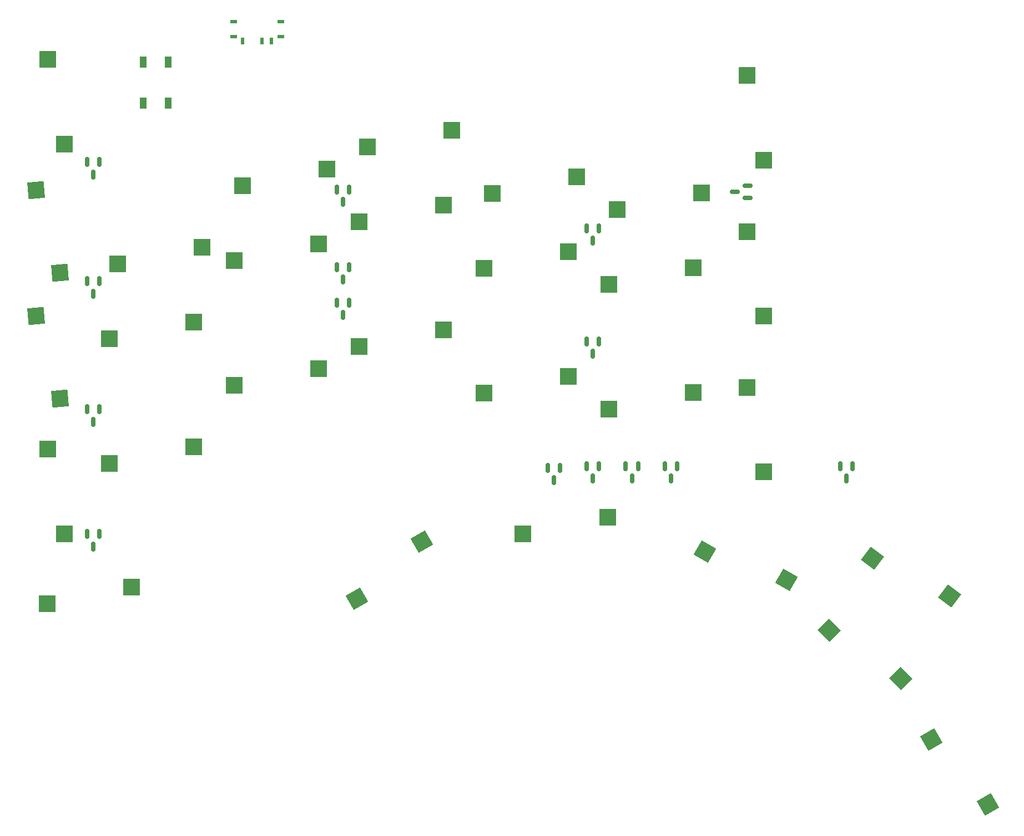
<source format=gbp>
G04 #@! TF.GenerationSoftware,KiCad,Pcbnew,7.0.2*
G04 #@! TF.CreationDate,2023-05-17T12:31:54+02:00*
G04 #@! TF.ProjectId,mykeeb_v7a2_left,6d796b65-6562-45f7-9637-61325f6c6566,rev?*
G04 #@! TF.SameCoordinates,Original*
G04 #@! TF.FileFunction,Paste,Bot*
G04 #@! TF.FilePolarity,Positive*
%FSLAX46Y46*%
G04 Gerber Fmt 4.6, Leading zero omitted, Abs format (unit mm)*
G04 Created by KiCad (PCBNEW 7.0.2) date 2023-05-17 12:31:54*
%MOMM*%
%LPD*%
G01*
G04 APERTURE LIST*
G04 Aperture macros list*
%AMRoundRect*
0 Rectangle with rounded corners*
0 $1 Rounding radius*
0 $2 $3 $4 $5 $6 $7 $8 $9 X,Y pos of 4 corners*
0 Add a 4 corners polygon primitive as box body*
4,1,4,$2,$3,$4,$5,$6,$7,$8,$9,$2,$3,0*
0 Add four circle primitives for the rounded corners*
1,1,$1+$1,$2,$3*
1,1,$1+$1,$4,$5*
1,1,$1+$1,$6,$7*
1,1,$1+$1,$8,$9*
0 Add four rect primitives between the rounded corners*
20,1,$1+$1,$2,$3,$4,$5,0*
20,1,$1+$1,$4,$5,$6,$7,0*
20,1,$1+$1,$6,$7,$8,$9,0*
20,1,$1+$1,$8,$9,$2,$3,0*%
%AMRotRect*
0 Rectangle, with rotation*
0 The origin of the aperture is its center*
0 $1 length*
0 $2 width*
0 $3 Rotation angle, in degrees counterclockwise*
0 Add horizontal line*
21,1,$1,$2,0,0,$3*%
G04 Aperture macros list end*
%ADD10R,2.550000X2.500000*%
%ADD11R,2.500000X2.550000*%
%ADD12RotRect,2.550000X2.500000X30.000000*%
%ADD13RotRect,2.550000X2.500000X143.000000*%
%ADD14RotRect,2.550000X2.500000X330.000000*%
%ADD15RotRect,2.550000X2.500000X300.000000*%
%ADD16RotRect,2.550000X2.500000X275.000000*%
%ADD17RotRect,2.550000X2.500000X315.000000*%
%ADD18RoundRect,0.150000X-0.150000X0.587500X-0.150000X-0.587500X0.150000X-0.587500X0.150000X0.587500X0*%
%ADD19R,1.100000X0.600000*%
%ADD20R,1.000000X0.600000*%
%ADD21R,0.600000X1.000000*%
%ADD22R,1.000000X1.700000*%
%ADD23RoundRect,0.150000X0.587500X0.150000X-0.587500X0.150000X-0.587500X-0.150000X0.587500X-0.150000X0*%
G04 APERTURE END LIST*
D10*
X107215096Y-199866404D03*
X120115096Y-197326404D03*
X107215096Y-180816404D03*
X120115096Y-178276404D03*
D11*
X168910096Y-171391404D03*
X166370096Y-158491404D03*
D10*
X83285096Y-184705804D03*
X70385096Y-187245804D03*
X159485096Y-176371404D03*
X146585096Y-178911404D03*
X126265096Y-187960204D03*
X139165096Y-185420204D03*
D11*
X168910096Y-195203904D03*
X166370096Y-182303904D03*
X59690096Y-156030804D03*
X62230096Y-168930804D03*
X168910196Y-219016504D03*
X166370196Y-206116504D03*
D10*
X69115096Y-198675804D03*
X82015096Y-196135804D03*
D11*
X59690096Y-215562004D03*
X62230096Y-228462004D03*
D10*
X126265096Y-207010204D03*
X139165096Y-204470204D03*
X59590096Y-239157104D03*
X72490096Y-236617104D03*
X121385096Y-166846404D03*
X108485096Y-169386404D03*
X132218296Y-228441504D03*
X145118296Y-225901504D03*
X145315096Y-209391404D03*
X158215096Y-206851404D03*
D12*
X106894406Y-238348499D03*
X116796134Y-229698795D03*
D13*
X197317118Y-237956498D03*
X185486110Y-232221618D03*
D14*
X159940406Y-231221299D03*
X172382134Y-235471595D03*
D15*
X194515301Y-259889814D03*
X203165005Y-269791542D03*
D10*
X88165096Y-205819504D03*
X101065096Y-203279504D03*
X102335096Y-172799504D03*
X89435096Y-175339504D03*
X88165096Y-186769504D03*
X101065096Y-184229504D03*
X140435096Y-173990204D03*
X127535096Y-176530204D03*
D16*
X57936832Y-195188889D03*
X61591476Y-207818425D03*
D10*
X145315096Y-190341404D03*
X158215096Y-187801404D03*
X69115096Y-217725804D03*
X82015096Y-215185804D03*
D16*
X57936832Y-176006089D03*
X61591476Y-188635625D03*
D17*
X178951996Y-243225501D03*
X189869724Y-250551127D03*
D18*
X103825088Y-187776721D03*
X105725088Y-187776721D03*
X104775088Y-189651721D03*
X65725056Y-209461115D03*
X67625056Y-209461115D03*
X66675056Y-211336115D03*
X180620425Y-218137684D03*
X182520425Y-218137684D03*
X181570425Y-220012684D03*
X103825088Y-193134538D03*
X105725088Y-193134538D03*
X104775088Y-195009538D03*
D19*
X95253202Y-150225876D03*
D20*
X88053202Y-150225876D03*
X95253202Y-152511876D03*
D19*
X88053202Y-152511876D03*
D21*
X89453202Y-153218876D03*
X92353202Y-153218876D03*
X93853202Y-153218876D03*
D22*
X74300064Y-156393884D03*
X74300064Y-162693884D03*
X78100064Y-156393884D03*
X78100064Y-162693884D03*
D18*
X135971950Y-218390810D03*
X137871950Y-218390810D03*
X136921950Y-220265810D03*
X65725056Y-228511131D03*
X67625056Y-228511131D03*
X66675056Y-230386131D03*
X153831340Y-218137684D03*
X155731340Y-218137684D03*
X154781340Y-220012684D03*
X65725056Y-171703270D03*
X67625056Y-171703270D03*
X66675056Y-173578270D03*
X147878210Y-218137684D03*
X149778210Y-218137684D03*
X148828210Y-220012684D03*
X141925080Y-218137684D03*
X143825080Y-218137684D03*
X142875080Y-220012684D03*
X141925120Y-181823591D03*
X143825120Y-181823591D03*
X142875120Y-183698591D03*
D23*
X166434556Y-175262720D03*
X166434556Y-177162720D03*
X164559556Y-176212720D03*
D18*
X141925080Y-199087668D03*
X143825080Y-199087668D03*
X142875080Y-200962668D03*
X103825048Y-175870461D03*
X105725048Y-175870461D03*
X104775048Y-177745461D03*
X65725056Y-189904847D03*
X67625056Y-189904847D03*
X66675056Y-191779847D03*
M02*

</source>
